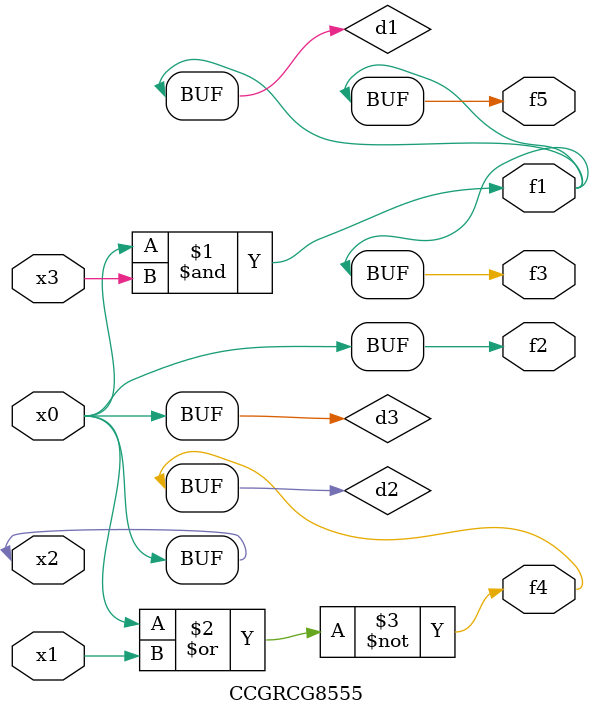
<source format=v>
module CCGRCG8555(
	input x0, x1, x2, x3,
	output f1, f2, f3, f4, f5
);

	wire d1, d2, d3;

	and (d1, x2, x3);
	nor (d2, x0, x1);
	buf (d3, x0, x2);
	assign f1 = d1;
	assign f2 = d3;
	assign f3 = d1;
	assign f4 = d2;
	assign f5 = d1;
endmodule

</source>
